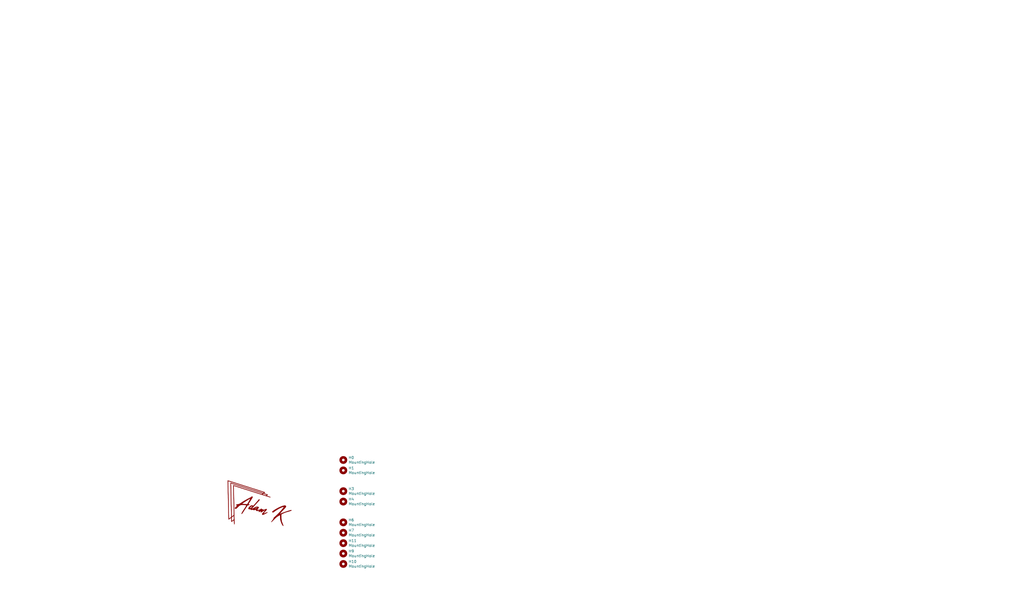
<source format=kicad_sch>
(kicad_sch (version 20211123) (generator eeschema)
  (paper "User" 499.999 299.999)
  (title_block (title "EnvKB") (date "2021-03-08") (rev "Rev.B") (company "Envious Media"))
  (lib_symbols
    (symbol "Mechanical:MountingHole" (pin_names (offset 1.016))
      (property "Reference" "H" (at 0 5.08 0))
      (property "Value" "MountingHole" (at 0 3.175 0))
      (symbol "MountingHole_0_1"
        (circle (center 0 0) (radius 1.27) (stroke (width 1.27)))
      )
    )
    (symbol "PersonalLogo:LOGO" (pin_names (offset 1.016))
      (symbol "LOGO_0_0"
        (polyline (pts (xy -8.8646 -4.699) (xy -8.7376 -4.5466) (xy -8.5598 -4.318) (xy -8.3312 -3.9624) (xy -8.0518 -3.556) (xy -7.7216 -3.0226) (xy -7.2898 -2.413) (xy -6.8326 -1.6764) (xy -6.604 -1.3462) (xy -6.1468 -0.6604) (xy -6.0452 -0.5842) (xy -5.969 -0.5334) (xy -5.9182 -0.508) (xy -5.842 -0.4826) (xy -5.7912 -0.4826) (xy -5.5626 -0.4572) (xy -5.3594 -0.4064) (xy -5.207 -0.3556) (xy -5.1562 -0.2794) (xy -5.1562 -0.254) (xy -5.2324 -0.1778) (xy -5.3848 -0.127) (xy -5.4356 -0.127) (xy -5.588 -0.0508) (xy -5.6388 0.0254) (xy -5.6134 0.127) (xy -5.5118 0.3302) (xy -5.334 0.635) (xy -5.1054 1.016) (xy -4.8006 1.4732) (xy -4.445 2.032) (xy -4.0386 2.667) (xy -4.0132 2.7178) (xy -3.81 3.048) (xy -3.683 3.302) (xy -3.6322 3.4798) (xy -3.6576 3.6068) (xy -3.7592 3.683) (xy -3.8354 3.7338) (xy -3.9624 3.7592) (xy -4.1148 3.683) (xy -4.318 3.5306) (xy -4.3434 3.5306) (xy -4.5212 3.3782) (xy -4.7752 3.2258) (xy -5.0546 3.0988) (xy -5.8166 2.7178) (xy -6.3754 2.413) (xy -6.985 2.0574) (xy -7.6454 1.7018) (xy -8.2804 1.3208) (xy -8.8646 0.9398) (xy -9.4234 0.5588) (xy -9.652 0.4318) (xy -9.9314 0.254) (xy -10.033 0.2032) (xy -8.763 0.2032) (xy -8.763 0.2286) (xy -8.6868 0.3048) (xy -8.509 0.4318) (xy -8.2804 0.5842) (xy -8.001 0.7874) (xy -7.6962 0.9906) (xy -7.366 1.1938) (xy -7.0612 1.397) (xy -6.7818 1.5748) (xy -6.5532 1.7272) (xy -6.5278 1.7526) (xy -6.2484 1.905) (xy -5.969 2.0828) (xy -5.7658 2.2098) (xy -5.4102 2.413) (xy -5.1308 2.5654) (xy -4.9276 2.667) (xy -4.8006 2.667) (xy -4.7752 2.5908) (xy -4.8514 2.4638) (xy -4.9022 2.413) (xy -5.1054 2.0066) (xy -5.2578 1.7272) (xy -5.4356 1.397) (xy -5.5372 1.2192) (xy -5.715 0.889) (xy -5.8928 0.6096) (xy -6.0198 0.381) (xy -6.1214 0.254) (xy -6.2992 0) (xy -6.9596 0.0254) (xy -7.0358 0.0254) (xy -7.493 0.0508) (xy -7.9248 0.0508) (xy -8.2804 0.1016) (xy -8.5344 0.127) (xy -8.7122 0.1524) (xy -8.763 0.2032) (xy -10.033 0.2032) (xy -10.1346 0.1524) (xy -10.3632 0.0762) (xy -10.5664 0.0254) (xy -10.8458 -0.0254) (xy -10.9474 -0.0254) (xy -11.2522 -0.1016) (xy -11.4808 -0.1778) (xy -11.6332 -0.254) (xy -11.684 -0.3556) (xy -11.684 -0.381) (xy -11.5824 -0.4826) (xy -11.2014 -0.7366) (xy -11.7602 -1.2954) (xy -11.7856 -1.2954) (xy -11.9888 -1.524) (xy -12.1666 -1.7018) (xy -12.2936 -1.8542) (xy -12.3444 -1.9304) (xy -12.2936 -2.032) (xy -12.1666 -2.1336) (xy -11.9888 -2.2352) (xy -11.8364 -2.286) (xy -11.811 -2.2606) (xy -11.684 -2.2098) (xy -11.5062 -2.0574) (xy -11.2522 -1.8288) (xy -10.8966 -1.524) (xy -10.6172 -1.2192) (xy -10.3124 -0.9652) (xy -10.0838 -0.762) (xy -9.8806 -0.6096) (xy -9.525 -0.4572) (xy -9.3472 -0.4318) (xy -9.1186 -0.4064) (xy -8.9916 -0.4064) (xy -8.7122 -0.381) (xy -8.382 -0.381) (xy -8.001 -0.4064) (xy -7.6454 -0.4064) (xy -7.3152 -0.4318) (xy -7.0358 -0.4572) (xy -6.8326 -0.4572) (xy -6.7564 -0.4826) (xy -6.731 -0.508) (xy -6.7564 -0.6096) (xy -6.8326 -0.7874) (xy -6.9596 -1.0668) (xy -7.1374 -1.397) (xy -7.366 -1.7526) (xy -7.6454 -2.1844) (xy -7.9248 -2.5908) (xy -8.2804 -3.1496) (xy -8.5852 -3.6322) (xy -8.8138 -4.0386) (xy -8.9662 -4.3688) (xy -9.0678 -4.5974) (xy -9.0678 -4.7244) (xy -9.0424 -4.7752) (xy -8.9408 -4.8006) (xy -8.8646 -4.699)) (stroke (width 0.0254)) (fill (type outline)))
        (polyline (pts (xy 11.3538 -10.4648) (xy 11.2268 -10.0838) (xy 11.1252 -9.8044) (xy 10.9982 -9.4996) (xy 10.9728 -9.4234) (xy 10.795 -8.9662) (xy 10.6426 -8.5344) (xy 10.541 -8.1534) (xy 10.4902 -7.747) (xy 10.4394 -7.3152) (xy 10.414 -6.8326) (xy 10.3886 -6.2484) (xy 10.3886 -4.9784) (xy 10.9474 -4.6736) (xy 11.176 -4.5466) (xy 12.1412 -4.1402) (xy 12.6492 -3.9624) (xy 13.1318 -3.81) (xy 13.5128 -3.7084) (xy 13.8176 -3.6322) (xy 14.478 -3.429) (xy 14.5034 -3.4036) (xy 14.7574 -3.3274) (xy 15.1384 -3.2004) (xy 15.1638 -3.2004) (xy 15.3162 -3.1242) (xy 15.3416 -3.0226) (xy 15.2654 -2.921) (xy 15.24 -2.8956) (xy 15.1384 -2.8702) (xy 14.9606 -2.8956) (xy 14.4526 -3.048) (xy 14.1224 -3.1496) (xy 13.843 -3.2258) (xy 13.7414 -3.2512) (xy 13.4874 -3.3528) (xy 13.1318 -3.4544) (xy 12.7 -3.6068) (xy 12.2428 -3.7592) (xy 11.7856 -3.937) (xy 11.303 -4.1148) (xy 10.8712 -4.2672) (xy 10.4648 -4.4196) (xy 10.16 -4.5466) (xy 9.9568 -4.6228) (xy 9.8044 -4.6482) (xy 9.7282 -4.6736) (xy 9.7282 -4.6482) (xy 9.779 -4.5212) (xy 9.9314 -4.3434) (xy 10.1346 -4.1148) (xy 10.3886 -3.81) (xy 10.6934 -3.4798) (xy 11.049 -3.1242) (xy 11.4046 -2.7432) (xy 11.7602 -2.3876) (xy 12.1158 -2.0066) (xy 12.3698 -1.7018) (xy 12.5476 -1.4478) (xy 12.6492 -1.2446) (xy 12.7 -1.0668) (xy 12.6746 -1.0414) (xy 12.6238 -0.9144) (xy 12.4714 -0.7874) (xy 12.3952 -0.7112) (xy 12.2936 -0.6604) (xy 12.1412 -0.635) (xy 11.938 -0.635) (xy 11.6586 -0.6858) (xy 11.1252 -0.8128) (xy 10.541 -1.016) (xy 9.906 -1.27) (xy 9.2202 -1.5748) (xy 7.7978 -2.3368) (xy 7.112 -2.7686) (xy 6.985 -2.8448) (xy 6.5786 -3.1242) (xy 6.2992 -3.3274) (xy 6.096 -3.4798) (xy 5.969 -3.6068) (xy 5.9182 -3.7084) (xy 5.9182 -3.7846) (xy 5.9944 -3.8862) (xy 6.1214 -3.9624) (xy 6.1468 -3.9878) (xy 6.2484 -4.0132) (xy 6.3246 -4.0386) (xy 6.4516 -3.9878) (xy 6.8326 -3.7338) (xy 7.5438 -3.2004) (xy 8.8646 -2.3876) (xy 9.525 -2.032) (xy 10.16 -1.7272) (xy 10.7188 -1.4986) (xy 10.8712 -1.4478) (xy 11.1252 -1.3716) (xy 11.3284 -1.3462) (xy 11.4808 -1.3462) (xy 11.5062 -1.397) (xy 11.5062 -1.4732) (xy 11.43 -1.6256) (xy 11.4046 -1.651) (xy 11.303 -1.8288) (xy 10.9474 -2.286) (xy 10.7442 -2.5146) (xy 10.541 -2.794) (xy 10.1854 -3.2004) (xy 9.9568 -3.4544) (xy 9.652 -3.7846) (xy 9.3218 -4.1402) (xy 8.2296 -5.2324) (xy 7.874 -5.5626) (xy 7.5692 -5.842) (xy 7.3406 -6.0706) (xy 7.1628 -6.223) (xy 6.9088 -6.4008) (xy 6.731 -6.5786) (xy 6.6294 -6.7056) (xy 6.604 -6.8072) (xy 6.6294 -6.9088) (xy 6.6294 -6.9596) (xy 6.5278 -7.1374) (xy 6.3754 -7.3914) (xy 6.1214 -7.747) (xy 6.0706 -7.8232) (xy 5.8674 -8.1026) (xy 5.6896 -8.3312) (xy 5.5626 -8.509) (xy 5.4356 -8.763) (xy 5.461 -8.763) (xy 5.5626 -8.7122) (xy 5.7404 -8.5852) (xy 7.366 -6.9596) (xy 7.62 -6.731) (xy 7.8232 -6.5278) (xy 8.2296 -6.223) (xy 8.4582 -6.0706) (xy 8.7122 -5.8928) (xy 8.8646 -5.8166) (xy 9.144 -5.6388) (xy 9.3726 -5.5118) (xy 9.5504 -5.4102) (xy 9.652 -5.3848) (xy 9.6774 -5.3848) (xy 9.7282 -5.4102) (xy 9.7536 -5.5118) (xy 9.7536 -5.8928) (xy 9.779 -6.223) (xy 9.779 -6.8834) (xy 9.8552 -7.4676) (xy 9.9822 -8.0264) (xy 10.1854 -8.6614) (xy 10.3124 -9.0424) (xy 10.5156 -9.4742) (xy 10.6934 -9.8552) (xy 10.8712 -10.1854) (xy 11.049 -10.414) (xy 11.176 -10.541) (xy 11.2776 -10.6172) (xy 11.3538 -10.6172) (xy 11.3538 -10.4648)) (stroke (width 0.0254)) (fill (type outline)))
        (polyline (pts (xy 1.4986 -5.1562) (xy 1.7018 -5.08) (xy 1.9558 -4.9784) (xy 2.8702 -4.5212) (xy 3.1496 -4.3434) (xy 3.3782 -4.2164) (xy 3.5306 -4.1148) (xy 3.6068 -4.0386) (xy 3.6068 -3.9624) (xy 3.556 -3.937) (xy 3.4798 -3.937) (xy 3.3274 -3.9878) (xy 3.0988 -4.0894) (xy 2.7432 -4.2164) (xy 2.4892 -4.318) (xy 2.1844 -4.445) (xy 1.9558 -4.5466) (xy 1.8288 -4.5974) (xy 1.7272 -4.6228) (xy 1.6764 -4.6228) (xy 1.651 -4.5974) (xy 1.7018 -4.5212) (xy 1.8288 -4.3688) (xy 1.9812 -4.1656) (xy 2.1844 -3.9116) (xy 2.3114 -3.7846) (xy 2.6416 -3.4036) (xy 2.8956 -3.1242) (xy 3.0734 -2.8956) (xy 3.2004 -2.7432) (xy 3.2512 -2.6162) (xy 3.2766 -2.54) (xy 3.2766 -2.4892) (xy 3.2258 -2.4384) (xy 3.1496 -2.3876) (xy 3.048 -2.3622) (xy 2.8194 -2.3876) (xy 2.5146 -2.4892) (xy 2.1336 -2.667) (xy 2.0828 -2.6924) (xy 1.8542 -2.794) (xy 1.7272 -2.8448) (xy 1.651 -2.8194) (xy 1.651 -2.7686) (xy 1.6256 -2.7178) (xy 1.5494 -2.6162) (xy 1.397 -2.54) (xy 1.1684 -2.5146) (xy 0.9652 -2.54) (xy 0.889 -2.5654) (xy 0.8128 -2.54) (xy 0.8128 -2.413) (xy 0.7874 -2.286) (xy 0.7112 -2.1844) (xy 0.6604 -2.1844) (xy 0.508 -2.2098) (xy 0.3556 -2.3114) (xy 0.254 -2.4638) (xy 0.1778 -2.54) (xy 0.0508 -2.5908) (xy -0.0254 -2.5908) (xy -0.2032 -2.6416) (xy -0.4318 -2.6924) (xy -0.7874 -2.794) (xy -1.1176 -2.8448) (xy -1.3208 -2.8702) (xy -1.4224 -2.8448) (xy -1.4224 -2.8194) (xy -1.3462 -2.6924) (xy -1.2192 -2.4892) (xy -1.0668 -2.2606) (xy -0.889 -2.0574) (xy -0.7366 -1.8288) (xy -0.6604 -1.651) (xy -0.6604 -1.524) (xy -0.762 -1.4224) (xy -0.9144 -1.3208) (xy -0.9398 -1.2954) (xy -1.27 -1.1938) (xy -1.6256 -1.2192) (xy -2.032 -1.3208) (xy -2.4892 -1.5494) (xy -2.5654 -1.5748) (xy -2.8956 -1.7526) (xy -3.2004 -1.905) (xy -3.4798 -2.0574) (xy -3.7338 -2.159) (xy -3.9116 -2.2352) (xy -4.0132 -2.286) (xy -4.064 -2.2352) (xy -4.064 -2.2098) (xy -3.9624 -2.0828) (xy -3.81 -1.905) (xy -3.6068 -1.6764) (xy -3.2766 -1.3462) (xy -2.9464 -0.9906) (xy -2.2352 -0.1778) (xy -1.905 0.1778) (xy -1.8034 0.3048) (xy -1.1938 0.9652) (xy -0.9144 1.27) (xy -0.6858 1.4986) (xy -0.5334 1.7018) (xy -0.3556 1.905) (xy -0.2032 2.1336) (xy -0.2032 2.1844) (xy -0.2286 2.2352) (xy -0.3048 2.2606) (xy -0.4318 2.286) (xy -0.5842 2.3114) (xy -0.6604 2.286) (xy -0.762 2.159) (xy -0.8128 2.032) (xy -0.9652 1.8542) (xy -1.3716 1.397) (xy -1.3716 1.3716) (xy -1.6256 1.0922) (xy -1.905 0.762) (xy -2.2098 0.4318) (xy -2.4892 0.1016) (xy -2.5146 0.0762) (xy -2.794 -0.2286) (xy -2.9972 -0.4572) (xy -3.1496 -0.635) (xy -3.2766 -0.7112) (xy -3.3528 -0.762) (xy -3.429 -0.762) (xy -3.5814 -0.6858) (xy -3.7084 -0.635) (xy -3.9878 -0.5588) (xy -4.318 -0.635) (xy -4.6736 -0.8128) (xy -5.0292 -1.1176) (xy -5.2324 -1.2954) (xy -5.4102 -1.524) (xy -5.5626 -1.7526) (xy -5.6896 -1.9558) (xy -5.6896 -2.0066) (xy -5.1054 -2.0066) (xy -5.1054 -1.905) (xy -5.08 -1.905) (xy -5.0038 -1.778) (xy -4.6228 -1.397) (xy -4.4196 -1.2192) (xy -4.2164 -1.0668) (xy -4.064 -0.9652) (xy -3.937 -0.9144) (xy -3.8862 -0.9144) (xy -3.8862 -1.0414) (xy -3.9624 -1.2446) (xy -4.1148 -1.4732) (xy -4.318 -1.6764) (xy -4.5974 -1.8542) (xy -4.8514 -1.9558) (xy -5.0292 -2.0066) (xy -5.1054 -2.0066) (xy -5.6896 -2.0066) (xy -5.715 -2.0828) (xy -5.6896 -2.2098) (xy -5.6134 -2.3114) (xy -2.794 -2.3114) (xy -2.6924 -2.2098) (xy -2.4892 -2.0574) (xy -2.1844 -1.8542) (xy -1.8542 -1.6764) (xy -1.5748 -1.5494) (xy -1.3462 -1.524) (xy -1.1938 -1.524) (xy -1.1684 -1.5494) (xy -1.2446 -1.6256) (xy -1.3208 -1.6764) (xy -1.4986 -1.778) (xy -1.7526 -1.905) (xy -2.032 -2.032) (xy -2.1336 -2.1082) (xy -2.4638 -2.2352) (xy -2.6924 -2.3114) (xy -2.794 -2.3368) (xy -2.794 -2.3114) (xy -5.6134 -2.3114) (xy -5.588 -2.3368) (xy -5.5372 -2.3876) (xy -5.4356 -2.4384) (xy -5.3086 -2.4638) (xy -4.9022 -2.413) (xy -4.7752 -2.4384) (xy -4.6736 -2.4892) (xy -4.5466 -2.6162) (xy -4.4958 -2.6924) (xy -4.3688 -2.794) (xy -4.2418 -2.8194) (xy -4.0894 -2.8194) (xy -4.064 -2.794) (xy -3.8608 -2.7432) (xy -3.7084 -2.667) (xy -3.6068 -2.6416) (xy -3.5306 -2.6416) (xy -3.4036 -2.7432) (xy -3.302 -2.8448) (xy -3.1496 -2.8956) (xy -2.9718 -2.8956) (xy -2.7432 -2.8702) (xy -2.413 -2.7686) (xy -2.0066 -2.6162) (xy -1.9812 -2.6162) (xy -1.9304 -2.5908) (xy -1.9558 -2.667) (xy -2.0066 -2.7686) (xy -2.032 -2.921) (xy -2.0066 -3.048) (xy -1.8796 -3.2004) (xy -1.6764 -3.2766) (xy -1.397 -3.302) (xy -1.0668 -3.2766) (xy -0.7112 -3.175) (xy -0.5334 -3.0988) (xy -0.3556 -3.048) (xy -0.3048 -3.048) (xy -0.3302 -3.1242) (xy -0.4572 -3.2512) (xy -0.6096 -3.4544) (xy -0.635 -3.6322) (xy -0.5334 -3.8354) (xy -0.4572 -3.8608) (xy -0.381 -3.81) (xy -0.254 -3.7084) (xy -0.0508 -3.556) (xy -0.0254 -3.5306) (xy 0.2032 -3.3528) (xy 0.3556 -3.2512) (xy 0.4318 -3.2258) (xy 0.4318 -3.302) (xy 0.3556 -3.4798) (xy 0.2794 -3.6068) (xy 0.254 -3.7338) (xy 0.2794 -3.8354) (xy 0.3302 -3.9116) (xy 0.4318 -3.9624) (xy 0.5842 -3.937) (xy 0.7874 -3.8608) (xy 1.0668 -3.683) (xy 1.1684 -3.6068) (xy 1.4478 -3.429) (xy 2.0066 -3.1242) (xy 2.2098 -3.0226) (xy 2.3876 -2.9464) (xy 2.4384 -2.9464) (xy 2.4384 -2.9972) (xy 2.3368 -3.1496) (xy 2.159 -3.3782) (xy 1.905 -3.683) (xy 1.5494 -4.0386) (xy 1.3208 -4.2926) (xy 1.1684 -4.4704) (xy 1.0668 -4.6228) (xy 1.016 -4.7244) (xy 1.016 -5.0038) (xy 1.0922 -5.1308) (xy 1.1938 -5.1816) (xy 1.4224 -5.1816) (xy 1.4986 -5.1562)) (stroke (width 0.0254)) (fill (type outline)))
        (polyline (pts (xy -12.4968 -9.779) (xy -12.4968 -9.7282) (xy -12.4714 -9.5758) (xy -12.4714 -8.9662) (xy -12.4968 -8.5344) (xy -12.4968 -7.4676) (xy -12.5222 -6.8834) (xy -12.5222 -6.8326) (xy -12.5476 -6.1468) (xy -12.5476 -5.3594) (xy -12.573 -4.4704) (xy -12.5984 -3.4798) (xy -12.6238 -2.4384) (xy -12.6492 -1.3462) (xy -12.6746 -0.2032) (xy -12.7508 3.3782) (xy -12.8016 5.715) (xy -12.827 6.8326) (xy -12.8524 8.9662) (xy -12.573 8.8646) (xy -12.4714 8.8392) (xy -12.319 8.7884) (xy -12.1158 8.7122) (xy -11.8364 8.636) (xy -11.4808 8.5344) (xy -11.0744 8.382) (xy -10.5664 8.2296) (xy -9.9822 8.0518) (xy -9.3218 7.8232) (xy -8.5598 7.5946) (xy -7.7216 7.3152) (xy -6.7818 7.0358) (xy -5.7404 6.7056) (xy -4.5974 6.3246) (xy -3.3782 5.9436) (xy -2.0066 5.5118) (xy -0.5588 5.0546) (xy 0.2286 4.8006) (xy 1.2192 4.8006) (xy 1.2446 4.8514) (xy 1.3716 4.953) (xy 1.6002 5.1308) (xy 2.4384 4.8514) (xy 3.302 4.572) (xy 3.0988 4.4196) (xy 3.048 4.3942) (xy 2.8956 4.2926) (xy 2.794 4.2672) (xy 2.4892 4.3434) (xy 1.9812 4.4958) (xy 1.7018 4.5974) (xy 1.4732 4.6736) (xy 1.2954 4.7244) (xy 1.2446 4.7498) (xy 1.2192 4.8006) (xy 0.2286 4.8006) (xy 1.016 4.5466) (xy 2.7178 4.0132) (xy 3.175 3.8608) (xy 3.6576 3.7084) (xy 4.064 3.5814) (xy 4.4196 3.4798) (xy 4.699 3.3782) (xy 4.9022 3.3274) (xy 5.0292 3.3274) (xy 5.0546 3.429) (xy 5.0292 3.4798) (xy 4.953 3.5306) (xy 4.7752 3.6068) (xy 4.5212 3.7084) (xy 4.1402 3.81) (xy 3.9878 3.8862) (xy 3.683 3.9624) (xy 3.429 4.064) (xy 3.2766 4.1148) (xy 3.2258 4.1656) (xy 3.3274 4.2672) (xy 3.556 4.4196) (xy 3.7084 4.572) (xy 3.7338 4.6736) (xy 3.6576 4.7498) (xy 3.6322 4.7498) (xy 3.5306 4.7752) (xy 3.302 4.8514) (xy 3.048 4.9276) (xy 2.7178 5.0292) (xy 1.8796 5.3086) (xy 2.1336 5.5372) (xy 2.1844 5.5626) (xy 2.3114 5.6896) (xy 2.3622 5.7658) (xy 2.3368 5.842) (xy 2.2606 5.8674) (xy 2.0574 5.9436) (xy 1.778 6.0198) (xy 1.4224 6.1468) (xy 0.9906 6.2738) (xy 0.5334 6.4262) (xy 0.0254 6.604) (xy -0.0762 6.6294) (xy -0.5588 6.7818) (xy -1.143 6.9596) (xy -1.8034 7.1882) (xy -2.54 7.4168) (xy -3.302 7.6454) (xy -4.1148 7.8994) (xy -4.9276 8.1788) (xy -5.7404 8.4328) (xy -6.5278 8.6868) (xy -7.4422 8.9662) (xy -8.6106 9.3472) (xy -9.652 9.6774) (xy -10.5918 9.9822) (xy -11.43 10.2362) (xy -12.1666 10.4902) (xy -12.827 10.6934) (xy -13.4112 10.8712) (xy -13.8938 11.0236) (xy -14.3256 11.1506) (xy -14.6812 11.2776) (xy -14.986 11.3538) (xy -15.2146 11.43) (xy -15.4178 11.4808) (xy -15.5448 11.5316) (xy -15.6718 11.557) (xy -15.748 11.5824) (xy -15.8496 11.5824) (xy -15.8496 10.6172) (xy -15.8496 10.5664) (xy -15.5702 10.5664) (xy -15.5702 10.8712) (xy -15.5448 11.0998) (xy -15.5448 11.2014) (xy -15.5194 11.2522) (xy -15.4432 11.2268) (xy -15.24 11.176) (xy -14.9352 11.0744) (xy -14.5034 10.9474) (xy -13.97 10.7696) (xy -13.335 10.5918) (xy -12.573 10.3378) (xy -11.7348 10.0838) (xy -10.795 9.779) (xy -9.7536 9.4488) (xy -9.7028 9.4234) (xy -9.2202 9.271) (xy -8.6868 9.0932) (xy -8.0772 8.9154) (xy -7.4676 8.7122) (xy -6.8326 8.509) (xy -6.2738 8.3312) (xy -6.096 8.2804) (xy -4.4196 7.747) (xy -3.8862 7.5692) (xy -3.4544 7.4422) (xy -3.0988 7.3152) (xy -2.7178 7.1882) (xy -2.2606 7.0612) (xy -1.7272 6.8834) (xy -0.6096 6.5278) (xy -0.0762 6.35) (xy 0.127 6.2992) (xy 0.5842 6.1468) (xy 0.9906 6.0198) (xy 1.3208 5.9182) (xy 1.6002 5.8166) (xy 1.778 5.7658) (xy 1.8542 5.7404) (xy 1.8542 5.715) (xy 1.8288 5.6642) (xy 1.7018 5.5626) (xy 1.524 5.4102) (xy -1.143 6.2738) (xy -1.7526 6.4516) (xy -2.5146 6.7056) (xy -3.3528 6.9596) (xy -4.191 7.239) (xy -5.0292 7.493) (xy -5.8166 7.747) (xy -6.5278 7.9756) (xy -6.5786 8.001) (xy -7.2644 8.2042) (xy -8.001 8.4582) (xy -9.4742 8.9154) (xy -10.16 9.144) (xy -10.795 9.3472) (xy -11.3538 9.525) (xy -11.684 9.6266) (xy -12.192 9.779) (xy -12.6746 9.9314) (xy -13.1064 10.0838) (xy -13.462 10.1854) (xy -13.7414 10.287) (xy -13.9192 10.3378) (xy -13.97 10.3632) (xy -14.1986 10.414) (xy -14.351 10.4394) (xy -14.4272 10.4394) (xy -14.4526 10.3632) (xy -14.4526 10.16) (xy -14.224 10.16) (xy -14.0716 10.1092) (xy -14.0208 10.1092) (xy -13.8938 10.0584) (xy -13.6144 9.9822) (xy -13.2842 9.8552) (xy -12.827 9.7282) (xy -12.319 9.5504) (xy -11.7348 9.3726) (xy -11.0744 9.1694) (xy -10.3886 8.9408) (xy -9.652 8.7122) (xy -8.8646 8.4582) (xy -7.7216 8.1026) (xy -6.477 7.6962) (xy -5.3086 7.3152) (xy -4.2672 6.985) (xy -3.3528 6.7056) (xy -2.5146 6.4262) (xy -1.778 6.1976) (xy -1.1684 5.9944) (xy -0.6096 5.842) (xy -0.1778 5.6896) (xy 0.1778 5.588) (xy 0.4572 5.4864) (xy 0.6604 5.4356) (xy 0.762 5.3848) (xy 1.143 5.2578) (xy 1.1938 5.207) (xy 1.1176 5.1308) (xy 0.9906 5.0292) (xy 0.8128 4.8768) (xy -1.0414 5.4864) (xy -1.4478 5.6134) (xy -2.0828 5.8166) (xy -2.7686 6.0198) (xy -3.4544 6.2484) (xy -4.0894 6.4516) (xy -4.6482 6.6294) (xy -4.6736 6.6294) (xy -5.1054 6.7564) (xy -5.6134 6.9342) (xy -6.223 7.112) (xy -6.8834 7.3406) (xy -7.5946 7.5438) (xy -9.017 8.001) (xy -10.0838 8.3566) (xy -10.6934 8.5344) (xy -11.2522 8.7122) (xy -11.7602 8.8646) (xy -12.192 8.9916) (xy -12.573 9.1186) (xy -12.8524 9.1948) (xy -13.0302 9.2456) (xy -13.1064 9.2456) (xy -13.1318 9.1948) (xy -13.1318 8.1534) (xy -13.1064 7.8994) (xy -13.1064 7.5184) (xy -13.081 7.0612) (xy -13.081 6.5278) (xy -13.0556 5.9182) (xy -13.0556 5.2324) (xy -13.0302 4.5212) (xy -13.0048 3.7338) (xy -13.0048 2.9464) (xy -12.9794 2.1336) (xy -12.954 1.2954) (xy -12.954 0.4826) (xy -12.9032 -1.0922) (xy -12.9032 -1.8288) (xy -12.8778 -2.5146) (xy -12.8778 -3.1242) (xy -12.8524 -3.683) (xy -12.8524 -5.207) (xy -12.8778 -5.334) (xy -12.954 -5.4102) (xy -13.081 -5.5118) (xy -13.1572 -5.5626) (xy -13.3604 -5.7404) (xy -13.589 -5.8928) (xy -13.843 -6.096) (xy -13.8938 -4.191) (xy -13.8938 -3.3782) (xy -13.9192 -2.7178) (xy -13.9446 -2.0066) (xy -13.9446 -1.27) (xy -13.97 -0.5588) (xy -13.9954 0.0762) (xy -13.9954 0.5334) (xy -14.0208 1.1684) (xy -14.0208 1.905) (xy -14.0462 2.667) (xy -14.0716 3.4798) (xy -14.0716 4.318) (xy -14.097 5.1054) (xy -14.097 5.842) (xy -14.1224 6.096) (xy -14.1224 6.7564) (xy -14.1478 7.3914) (xy -14.1478 7.9502) (xy -14.1732 8.4836) (xy -14.1732 8.9408) (xy -14.1986 9.2964) (xy -14.1986 9.7028) (xy -14.224 10.16) (xy -14.4526 10.16) (xy -14.4526 8.9662) (xy -14.4272 8.4328) (xy -14.4272 7.8232) (xy -14.4018 7.1628) (xy -14.4018 6.4516) (xy -14.3764 5.4356) (xy -14.351 4.2672) (xy -14.3256 3.1242) (xy -14.3002 2.0066) (xy -14.2748 0.9398) (xy -14.2494 -0.0762) (xy -14.224 -1.0414) (xy -14.1986 -1.9558) (xy -14.1986 -2.794) (xy -14.1732 -3.556) (xy -14.1478 -4.2418) (xy -14.1478 -5.3594) (xy -14.1224 -5.7658) (xy -14.1224 -6.2992) (xy -14.1478 -6.3246) (xy -14.2748 -6.4008) (xy -14.3002 -6.4262) (xy -13.8684 -6.4262) (xy -13.3604 -6.0706) (xy -12.8778 -5.6896) (xy -12.827 -5.9944) (xy -12.827 -6.0452) (xy -12.8016 -6.2738) (xy -12.8016 -6.5786) (xy -12.7762 -6.8834) (xy -12.7762 -7.4422) (xy -13.2588 -7.8232) (xy -13.5636 -8.0518) (xy -13.6906 -8.1534) (xy -13.7668 -8.1788) (xy -13.7922 -8.0772) (xy -13.7922 -7.62) (xy -13.8176 -7.3406) (xy -13.843 -7.0358) (xy -13.8684 -6.4262) (xy -14.3002 -6.4262) (xy -14.4526 -6.5532) (xy -15.1638 -7.0866) (xy -15.2146 -5.2578) (xy -15.2146 -5.1054) (xy -15.24 -4.699) (xy -15.24 -4.1656) (xy -15.2654 -3.5814) (xy -15.2654 -2.8702) (xy -15.2908 -2.1336) (xy -15.2908 -1.3208) (xy -15.3162 -0.4826) (xy -15.367 1.2954) (xy -15.367 2.159) (xy -15.3924 2.667) (xy -15.4178 3.5306) (xy -15.4178 4.4196) (xy -15.4686 6.096) (xy -15.494 6.858) (xy -15.494 7.5692) (xy -15.5194 8.2042) (xy -15.5194 8.7376) (xy -15.5448 9.1948) (xy -15.5448 10.16) (xy -15.5702 10.5664) (xy -15.8496 10.5664) (xy -15.8242 10.1854) (xy -15.8242 9.5758) (xy -15.7988 9.1694) (xy -15.7988 8.636) (xy -15.7734 8.001) (xy -15.748 7.3152) (xy -15.748 6.5786) (xy -15.7226 5.7912) (xy -15.6718 4.1656) (xy -15.6718 3.3528) (xy -15.6464 2.3622) (xy -15.621 1.0414) (xy -15.5956 -0.1524) (xy -15.5702 -1.2192) (xy -15.5448 -2.2098) (xy -15.5194 -3.0734) (xy -15.5194 -3.8354) (xy -15.494 -4.5212) (xy -15.4686 -5.1308) (xy -15.4686 -5.6388) (xy -15.4432 -6.0706) (xy -15.4432 -6.7564) (xy -15.4178 -6.985) (xy -15.4178 -7.3152) (xy -15.3924 -7.4168) (xy -15.3924 -7.493) (xy -15.3162 -7.493) (xy -15.1892 -7.3914) (xy -14.986 -7.2644) (xy -14.732 -7.0866) (xy -14.1478 -6.6548) (xy -14.097 -7.366) (xy -14.097 -7.5946) (xy -14.0716 -7.9248) (xy -14.0716 -8.1788) (xy -14.0462 -8.3566) (xy -14.0462 -8.382) (xy -14.0208 -8.5598) (xy -13.97 -8.636) (xy -13.8938 -8.6106) (xy -13.7668 -8.509) (xy -13.5636 -8.382) (xy -13.335 -8.2042) (xy -12.8016 -7.7978) (xy -12.7508 -8.8138) (xy -12.7508 -8.8392) (xy -12.7254 -9.2456) (xy -12.7 -9.525) (xy -12.6746 -9.7028) (xy -12.6492 -9.8044) (xy -12.6238 -9.8298) (xy -12.573 -9.8298) (xy -12.4968 -9.779)) (stroke (width 0.0254)) (fill (type outline)))
      )
    )
  )
  (symbol (lib_id "Mechanical:MountingHole") (at 167.64 240.03 0) (unit 1)
    (property "Reference" "H3" (at 170.18 238.8616 0) (effects (justify left)))
    (property "Value" "MountingHole" (at 170.18 241.173 0) (effects (justify left)))
    (property "Footprint" "MountingHole:MountingHole_2.2mm_M2_Pad" (effects hide))
  )
  (symbol (lib_id "Mechanical:MountingHole") (at 167.64 224.79 0) (unit 1)
    (property "Reference" "H0" (at 170.18 223.6216 0) (effects (justify left)))
    (property "Value" "MountingHole" (at 170.18 225.933 0) (effects (justify left)))
    (property "Footprint" "MountingHole:MountingHole_2.2mm_M2_Pad" (effects hide))
  )
  (symbol (lib_id "Mechanical:MountingHole") (at 167.64 229.87 0) (unit 1)
    (property "Reference" "H1" (at 170.18 228.7016 0) (effects (justify left)))
    (property "Value" "MountingHole" (at 170.18 231.013 0) (effects (justify left)))
    (property "Footprint" "MountingHole:MountingHole_2.2mm_M2_Pad" (effects hide))
  )
  (symbol (lib_id "Mechanical:MountingHole") (at 167.64 245.11 0) (unit 1)
    (property "Reference" "H4" (at 170.18 243.9416 0) (effects (justify left)))
    (property "Value" "MountingHole" (at 170.18 246.253 0) (effects (justify left)))
    (property "Footprint" "MountingHole:MountingHole_2.2mm_M2_Pad" (effects hide))
  )
  (symbol (lib_id "Mechanical:MountingHole") (at 167.64 270.51 0) (unit 1)
    (property "Reference" "H9" (at 170.18 269.3416 0) (effects (justify left)))
    (property "Value" "MountingHole" (at 170.18 271.653 0) (effects (justify left)))
    (property "Footprint" "MountingHole:MountingHole_2.2mm_M2_Pad" (effects hide))
  )
  (symbol (lib_id "Mechanical:MountingHole") (at 167.64 275.59 0) (unit 1)
    (property "Reference" "H10" (at 170.18 274.4216 0) (effects (justify left)))
    (property "Value" "MountingHole" (at 170.18 276.733 0) (effects (justify left)))
    (property "Footprint" "MountingHole:MountingHole_2.2mm_M2_Pad" (effects hide))
  )
  (symbol (lib_id "Mechanical:MountingHole") (at 167.64 255.27 0) (unit 1)
    (property "Reference" "H6" (at 170.18 254.1016 0) (effects (justify left)))
    (property "Value" "MountingHole" (at 170.18 256.413 0) (effects (justify left)))
    (property "Footprint" "MountingHole:MountingHole_2.2mm_M2_Pad" (effects hide))
  )
  (symbol (lib_id "Mechanical:MountingHole") (at 167.64 260.35 0) (unit 1)
    (property "Reference" "H7" (at 170.18 259.1816 0) (effects (justify left)))
    (property "Value" "MountingHole" (at 170.18 261.493 0) (effects (justify left)))
    (property "Footprint" "MountingHole:MountingHole_2.2mm_M2_Pad" (effects hide))
  )
  (symbol (lib_id "PersonalLogo:LOGO") (at 127 246.38 0) (unit 1)
    (property "Reference" "#G1" (effects hide))
    (property "Value" "LOGO" (effects hide))
  )
  (symbol (lib_id "Mechanical:MountingHole") (at 167.64 265.43 0) (unit 1)
    (property "Reference" "H11" (at 170.18 264.2616 0) (effects (justify left)))
    (property "Value" "MountingHole" (at 170.18 266.573 0) (effects (justify left)))
    (property "Footprint" "MountingHole:MountingHole_2.2mm_M2_Pad" (effects hide))
  )
)
</source>
